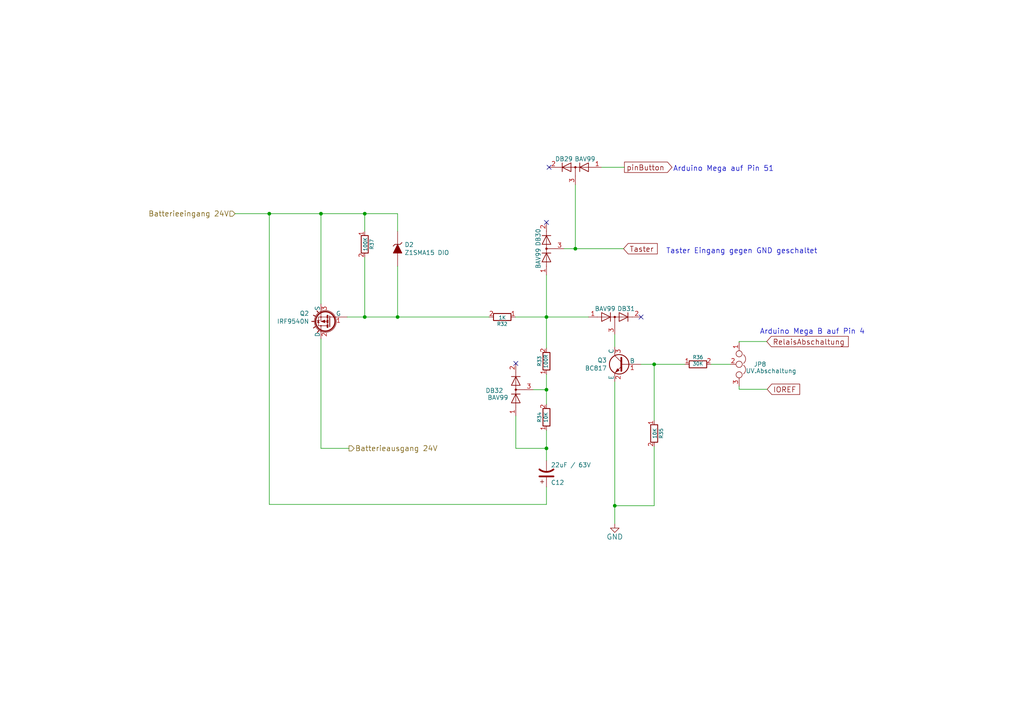
<source format=kicad_sch>
(kicad_sch (version 20210406) (generator eeschema)
  (paper "A4")
  (title_block (title "Ardumower shield SVN Version") (date "2021-01-18") (rev "1.4") (company "ML AG JL BS UZ") (comment 1 "Schaltplan und Layout UweZ"))
  (lib_symbols
    (symbol "Diode:BAV99" (pin_names hide)
      (property "Reference" "D" (at 0 5.08 0))
      (property "Value" "BAV99" (at 0 2.54 0))
      (symbol "BAV99_0_1"
        (polyline (pts (xy -5.08 0) (xy 5.08 0)))
      )
      (symbol "BAV99_1_1"
        (circle (center 0 0) (radius 0.254) (fill (type outline)))
        (polyline (pts (xy 0 0) (xy 0 -2.54)))
        (polyline (pts (xy -1.27 -1.27) (xy -1.27 1.27) (xy -1.27 1.27)) (stroke (width 0.2032)))
        (polyline (pts (xy 3.81 1.27) (xy 3.81 -1.27) (xy 3.81 -1.27)) (stroke (width 0.2032)))
        (polyline (pts (xy -3.81 1.27) (xy -1.27 0) (xy -3.81 -1.27) (xy -3.81 1.27) (xy -3.81 1.27) (xy -3.81 1.27)) (stroke (width 0.2032)))
        (polyline (pts (xy 1.27 1.27) (xy 3.81 0) (xy 1.27 -1.27) (xy 1.27 1.27) (xy 1.27 1.27) (xy 1.27 1.27)) (stroke (width 0.2032)))
        (pin passive line (at -7.62 0 0) (length 2.54) (name "K") (number "1"))
        (pin passive line (at 7.62 0 180) (length 2.54) (name "A") (number "2"))
        (pin passive line (at 0 -5.08 90) (length 2.54) (name "K") (number "3"))
      )
    )
    (symbol "ardumower-mega-shield-svn-rescue:BC817-40-RESCUE-ardumower_mega_shield_svn" (pin_names (offset 0))
      (property "Reference" "Q" (at 5.08 1.905 0))
      (property "Value" "BC817-40-RESCUE-ardumower_mega_shield_svn" (at 5.08 0 0))
      (symbol "BC817-40-RESCUE-ardumower_mega_shield_svn_0_1"
        (circle (center 1.27 0) (radius 2.8194) (stroke (width 0.254)))
        (polyline (pts (xy 0 0) (xy 0.635 0)))
        (polyline (pts (xy 2.54 2.54) (xy 0.635 0.635)))
        (polyline (pts (xy 0.635 -0.635) (xy 2.54 -2.54) (xy 2.54 -2.54)))
        (polyline (pts (xy 0.635 1.905) (xy 0.635 -1.905) (xy 0.635 -1.905)) (stroke (width 0.508)))
        (polyline (pts (xy 1.27 -1.778) (xy 1.778 -1.27) (xy 2.286 -2.286) (xy 1.27 -1.778) (xy 1.27 -1.778)) (fill (type outline)))
      )
      (symbol "BC817-40-RESCUE-ardumower_mega_shield_svn_1_1"
        (pin input line (at -5.08 0 0) (length 5.08) (name "B") (number "1"))
        (pin passive line (at 2.54 -5.08 90) (length 2.54) (name "E") (number "2"))
        (pin passive line (at 2.54 5.08 270) (length 2.54) (name "C") (number "3"))
      )
    )
    (symbol "ardumower-mega-shield-svn-rescue:CP1-RESCUE-ardumower_mega_shield_svn" (pin_numbers hide) (pin_names (offset 0.254) hide)
      (property "Reference" "C" (at 0.635 2.54 0))
      (property "Value" "CP1-RESCUE-ardumower_mega_shield_svn" (at 0.635 -2.54 0))
      (symbol "CP1-RESCUE-ardumower_mega_shield_svn_0_1"
        (arc (start -2.032 -1.27) (end 2.032 -1.27) (radius (at 0 -3.81) (length 3.2512) (angles 128.7 51.3)) (stroke (width 0.508)))
        (polyline (pts (xy -2.032 0.762) (xy 2.032 0.762)) (stroke (width 0.508)))
        (polyline (pts (xy -1.778 2.286) (xy -0.762 2.286)))
        (polyline (pts (xy -1.27 1.778) (xy -1.27 2.794)))
      )
      (symbol "CP1-RESCUE-ardumower_mega_shield_svn_1_1"
        (pin passive line (at 0 3.81 270) (length 2.794) (name "~") (number "1"))
        (pin passive line (at 0 -3.81 90) (length 3.302) (name "~") (number "2"))
      )
    )
    (symbol "ardumower-mega-shield-svn-rescue:GND-RESCUE-ardumower_mega_shield_svn" (power) (pin_names (offset 0))
      (property "Value" "GND-RESCUE-ardumower_mega_shield_svn" (at 0 -3.81 0))
      (symbol "GND-RESCUE-ardumower_mega_shield_svn_0_1"
        (polyline (pts (xy 0 0) (xy 0 -1.27) (xy 1.27 -1.27) (xy 0 -2.54) (xy -1.27 -1.27) (xy 0 -1.27)))
      )
      (symbol "GND-RESCUE-ardumower_mega_shield_svn_1_1"
        (pin power_in line (at 0 0 270) (length 0) hide (name "GND") (number "1"))
      )
    )
    (symbol "ardumower-mega-shield-svn-rescue:IRF9540N-RESCUE-ardumower_mega_shield_svn" (pin_names (offset 0))
      (property "Reference" "Q" (at 6.35 1.905 0))
      (property "Value" "IRF9540N-RESCUE-ardumower_mega_shield_svn" (at 6.35 0 0))
      (symbol "IRF9540N-RESCUE-ardumower_mega_shield_svn_0_1"
        (circle (center 1.27 0) (radius 2.8194) (stroke (width 0.3556)))
        (circle (center 1.27 0) (radius 3.175))
        (circle (center 2.54 -1.27) (radius 0.127))
        (circle (center 2.54 1.27) (radius 0.127))
        (polyline (pts (xy 0.635 -1.016) (xy 0.635 -1.651)) (stroke (width 0.508)))
        (polyline (pts (xy 0.635 0.381) (xy 0.635 -0.381)) (stroke (width 0.508)))
        (polyline (pts (xy 0.635 1.651) (xy 0.635 1.016)) (stroke (width 0.508)))
        (polyline (pts (xy 3.048 -0.254) (xy 2.921 -0.381)))
        (polyline (pts (xy 3.175 2.667) (xy 3.556 3.175)) (stroke (width 0.254)))
        (polyline (pts (xy 3.302 -2.54) (xy 3.683 -3.048)) (stroke (width 0.254)))
        (polyline (pts (xy 3.556 -0.254) (xy 3.048 -0.254)))
        (polyline (pts (xy 3.556 -0.254) (xy 3.683 -0.127)))
        (polyline (pts (xy 4.191 -1.524) (xy 4.699 -1.778)) (stroke (width 0.254)))
        (polyline (pts (xy 4.191 1.524) (xy 4.699 1.905)) (stroke (width 0.254)))
        (polyline (pts (xy 4.445 0) (xy 5.207 0)) (stroke (width 0.254)))
        (polyline (pts (xy 0 1.524) (xy 0 -1.524) (xy 0 -1.524)) (stroke (width 0.254)))
        (polyline (pts (xy 0.762 -1.27) (xy 2.54 -1.27) (xy 2.54 -2.54) (xy 2.54 -2.54)))
        (polyline (pts (xy 0.762 0) (xy 2.54 0) (xy 2.54 -1.27) (xy 2.54 -1.27)))
        (polyline (pts (xy 0.762 1.27) (xy 2.54 1.27) (xy 2.54 2.54) (xy 2.54 2.54)))
        (polyline (pts (xy 2.54 1.27) (xy 3.302 1.27) (xy 3.302 -1.27) (xy 2.54 -1.27)))
        (polyline (pts (xy 1.397 0.381) (xy 1.397 -0.381) (xy 2.413 0) (xy 1.397 0.381)) (fill (type outline)))
        (polyline (pts (xy 3.302 -0.254) (xy 3.556 0.381) (xy 3.048 0.381) (xy 3.302 -0.254)) (fill (type outline)))
      )
      (symbol "IRF9540N-RESCUE-ardumower_mega_shield_svn_1_1"
        (pin input line (at -5.08 -1.27 0) (length 5.08) (name "G") (number "1"))
        (pin passive line (at 2.54 5.08 270) (length 2.54) (name "D") (number "2"))
        (pin passive line (at 2.54 -5.08 90) (length 2.54) (name "S") (number "3"))
      )
    )
    (symbol "ardumower-mega-shield-svn-rescue:Jumper_NC_Dual-RESCUE-ardumower_mega_shield_svn" (pin_names (offset 0.762) hide)
      (property "Reference" "JP" (at 1.27 -2.54 0))
      (property "Value" "Jumper_NC_Dual-RESCUE-ardumower_mega_shield_svn" (at 0 2.54 0))
      (symbol "Jumper_NC_Dual-RESCUE-ardumower_mega_shield_svn_0_1"
        (arc (start -0.254 1.27) (end -2.794 1.27) (radius (at -1.524 0.254) (length 1.6256) (angles 38.6 141.3)))
        (arc (start 2.794 1.27) (end 0.254 1.27) (radius (at 1.524 0.254) (length 1.6256) (angles 38.6 141.3)))
        (circle (center -3.048 0) (radius 0.889))
        (circle (center 0 0) (radius 0.9144))
        (circle (center 3.048 0) (radius 0.889))
        (pin passive line (at -6.35 0 0) (length 2.413) (name "1") (number "1"))
        (pin passive line (at 0 -2.54 90) (length 1.524) (name "2") (number "2"))
        (pin passive line (at 6.35 0 180) (length 2.413) (name "3") (number "3"))
      )
    )
    (symbol "ardumower-mega-shield-svn-rescue:R-RESCUE-ardumower_mega_shield_svn" (pin_names (offset 0))
      (property "Reference" "R" (at 2.032 0 90))
      (property "Value" "R-RESCUE-ardumower_mega_shield_svn" (at 0 0 90))
      (symbol "R-RESCUE-ardumower_mega_shield_svn_0_1"
        (rectangle (start -1.016 -2.54) (end 1.016 2.54) (stroke (width 0.254)))
      )
      (symbol "R-RESCUE-ardumower_mega_shield_svn_1_1"
        (pin passive line (at 0 3.81 270) (length 1.27) (name "~") (number "1"))
        (pin passive line (at 0 -3.81 90) (length 1.27) (name "~") (number "2"))
      )
    )
    (symbol "ardumower-mega-shield-svn-rescue:ZENER-RESCUE-ardumower_mega_shield_svn" (pin_numbers hide) (pin_names hide)
      (property "Reference" "D" (at 0 2.54 0))
      (property "Value" "ZENER-RESCUE-ardumower_mega_shield_svn" (at 0 -2.54 0))
      (symbol "ZENER-RESCUE-ardumower_mega_shield_svn_0_1"
        (polyline (pts (xy -1.778 1.27) (xy -1.27 0.762) (xy -1.27 -0.762) (xy -0.762 -1.27) (xy -0.762 -1.27)) (stroke (width 0.2032)))
        (polyline (pts (xy -1.27 0) (xy 1.27 1.27) (xy 1.27 -1.27) (xy -1.27 0) (xy -1.27 0)) (fill (type outline)))
      )
      (symbol "ZENER-RESCUE-ardumower_mega_shield_svn_1_1"
        (pin passive line (at -5.08 0 0) (length 3.81) (name "K") (number "1"))
        (pin passive line (at 5.08 0 180) (length 3.81) (name "A") (number "2"))
      )
    )
  )
  (junction (at 78.105 61.976) (diameter 0.9144))
  (junction (at 93.091 61.976) (diameter 0.9144))
  (junction (at 105.791 61.976) (diameter 0.9144))
  (junction (at 105.791 91.948) (diameter 0.9144))
  (junction (at 115.316 91.948) (diameter 0.9144))
  (junction (at 158.496 91.948) (diameter 0.9144))
  (junction (at 158.496 113.03) (diameter 0.9144))
  (junction (at 158.496 130.048) (diameter 0.9144))
  (junction (at 166.878 72.136) (diameter 0.9144))
  (junction (at 178.308 146.685) (diameter 0.9144))
  (junction (at 189.738 105.664) (diameter 0.9144))
  (no_connect (at 149.606 105.41))
  (no_connect (at 158.496 64.516))
  (no_connect (at 159.258 48.514))
  (no_connect (at 185.928 91.948))
  (wire (pts (xy 68.199 61.976) (xy 78.105 61.976)))
  (wire (pts (xy 78.105 61.976) (xy 93.091 61.976)))
  (wire (pts (xy 78.105 146.304) (xy 78.105 61.976)))
  (wire (pts (xy 78.105 146.304) (xy 158.496 146.304)))
  (wire (pts (xy 93.091 61.976) (xy 93.091 88.138)))
  (wire (pts (xy 93.091 61.976) (xy 105.791 61.976)))
  (wire (pts (xy 93.091 98.298) (xy 93.091 130.048)))
  (wire (pts (xy 93.091 130.048) (xy 101.219 130.048)))
  (wire (pts (xy 100.711 91.948) (xy 105.791 91.948)))
  (wire (pts (xy 105.791 61.976) (xy 105.791 67.056)))
  (wire (pts (xy 105.791 61.976) (xy 115.316 61.976)))
  (wire (pts (xy 105.791 74.676) (xy 105.791 91.948)))
  (wire (pts (xy 105.791 91.948) (xy 115.316 91.948)))
  (wire (pts (xy 115.316 61.976) (xy 115.316 67.056)))
  (wire (pts (xy 115.316 77.216) (xy 115.316 91.948)))
  (wire (pts (xy 115.316 91.948) (xy 141.859 91.948)))
  (wire (pts (xy 149.479 91.948) (xy 158.496 91.948)))
  (wire (pts (xy 149.606 120.65) (xy 149.606 130.048)))
  (wire (pts (xy 149.606 130.048) (xy 158.496 130.048)))
  (wire (pts (xy 154.686 113.03) (xy 158.496 113.03)))
  (wire (pts (xy 158.496 79.756) (xy 158.496 91.948)))
  (wire (pts (xy 158.496 91.948) (xy 158.496 100.965)))
  (wire (pts (xy 158.496 91.948) (xy 170.688 91.948)))
  (wire (pts (xy 158.496 108.585) (xy 158.496 113.03)))
  (wire (pts (xy 158.496 113.03) (xy 158.496 117.221)))
  (wire (pts (xy 158.496 124.841) (xy 158.496 130.048)))
  (wire (pts (xy 158.496 130.048) (xy 158.496 133.604)))
  (wire (pts (xy 158.496 146.304) (xy 158.496 141.224)))
  (wire (pts (xy 163.576 72.136) (xy 166.878 72.136)))
  (wire (pts (xy 166.878 53.594) (xy 166.878 72.136)))
  (wire (pts (xy 166.878 72.136) (xy 180.848 72.136)))
  (wire (pts (xy 174.498 48.514) (xy 181.102 48.514)))
  (wire (pts (xy 178.308 97.028) (xy 178.308 100.584)))
  (wire (pts (xy 178.308 110.744) (xy 178.308 146.685)))
  (wire (pts (xy 178.308 146.685) (xy 178.308 151.892)))
  (wire (pts (xy 178.308 146.685) (xy 189.738 146.685)))
  (wire (pts (xy 185.928 105.664) (xy 189.738 105.664)))
  (wire (pts (xy 189.738 105.664) (xy 189.738 121.92)))
  (wire (pts (xy 189.738 105.664) (xy 198.628 105.664)))
  (wire (pts (xy 189.738 129.54) (xy 189.738 146.685)))
  (wire (pts (xy 206.248 105.664) (xy 211.836 105.664)))
  (wire (pts (xy 214.376 99.06) (xy 214.376 99.314)))
  (wire (pts (xy 214.376 112.903) (xy 214.376 112.014)))
  (wire (pts (xy 222.377 99.06) (xy 214.376 99.06)))
  (wire (pts (xy 222.504 112.903) (xy 214.376 112.903)))
  (image (at 451.231 104.521) (scale 3))
  (text "Taster Eingang gegen GND geschaltet" (at 193.167 73.787 0) (effects (font (size 1.524 1.524)) (justify left bottom)))
  (text "Arduino Mega auf Pin 51" (at 195.199 49.911 0) (effects (font (size 1.524 1.524)) (justify left bottom)))
  (text "Arduino Mega B auf Pin 4" (at 220.345 97.155 0) (effects (font (size 1.524 1.524)) (justify left bottom)))
  (text "1x IRF9540N  P-MOSFET   T1   (or IRF5210)\n1x BC337 NPN   T2\n1x Zener Diode 15V ZD15  Z1\n2x Diode 1N4148 D2, D3\n2x Diode 1N5819 50V D1, D4\n1x 22 uF C1\n1x 1k R4\n2x 10k (R3, R8)\n1x 30k R6\n2x 100k  (R2, R7)" (at 322.58 21.463 0) (effects (font (size 1.524 1.524)) (justify left bottom)))
  (text "beim flashen über usb wird der akku getrennt (alle pins gehen auf hochomig) - das sollte aber kein problem sein (usb versorgung des arduinos) - beim programmstart wird der akku dann wieder zugeschaltet" (at 348.869 186.182 0) (effects (font (size 1.524 1.524)) (justify left bottom)))
  (text "vielleicht schreibst du noch bei was die teilschaltungen machen sollen\n[00:05:52] Alexander Grau: zener diode z.b. soll Ugs auf -15 volt begrenzen\n[00:06:31] Alexander Grau: C9 und D13 sollen über R31, R30 eine verzögerungsschaltung bilden\n[00:06:39] Alexander Grau: (für eine richtung)\n[00:07:27] Alexander Grau: beim pmos evtl. noch beschreiben wann er schaltet und wann nicht:\n[00:07:37] Alexander Grau: Ugs=-15v (pmos schaltet)\n[00:07:43] Alexander Grau: Ugs=0v (pmos schaltet nicht)\n[00:08:14] Alexander Grau: dann versteht man die schaltung besser :)\n[00:08:22] Kurzschuss - Uwe -: die Zeit reicht auf alle fälle oder sollte da evl noch ein Poti vorgesehen werden\n[00:08:37] Alexander Grau: 3 sek reichen dicke - eigentlich reicht schon 1 sek" (at 366.776 230.124 0) (effects (font (size 1.524 1.524)) (justify left bottom)))
  (global_label "Taster" (shape input) (at 180.848 72.136 0) (effects (font (size 1.524 1.524))) (property "Intersheet References" "${INTERSHEET_REFS}" (effects hide)))
  (global_label "pinButton" (shape output) (at 181.102 48.514 0) (effects (font (size 1.524 1.524))) (property "Intersheet References" "${INTERSHEET_REFS}" (effects hide)))
  (global_label "RelaisAbschaltung" (shape input) (at 222.377 99.06 0) (effects (font (size 1.524 1.524))) (property "Intersheet References" "${INTERSHEET_REFS}" (effects hide)))
  (global_label "IOREF" (shape input) (at 222.504 112.903 0) (effects (font (size 1.524 1.524))) (property "Intersheet References" "${INTERSHEET_REFS}" (effects hide)))
  (hierarchical_label "Batterieeingang 24V" (shape input) (at 68.199 61.976 180) (effects (font (size 1.524 1.524))))
  (hierarchical_label "Batterieausgang 24V" (shape output) (at 101.219 130.048 0) (effects (font (size 1.524 1.524))))
  (symbol (lib_id "ardumower-mega-shield-svn-rescue:GND-RESCUE-ardumower_mega_shield_svn") (at 178.308 151.892 0) (unit 1)
    (property "Reference" "#PWR0216" (effects hide))
    (property "Value" "GND" (at 178.308 155.702 0) (effects (font (size 1.524 1.524))))
  )
  (symbol (lib_id "ardumower-mega-shield-svn-rescue:R-RESCUE-ardumower_mega_shield_svn") (at 105.791 70.866 0) (unit 1)
    (property "Reference" "R37" (at 107.823 70.866 90) (effects (font (size 1.016 1.016))))
    (property "Value" "100K" (at 105.9688 70.8406 90) (effects (font (size 1.016 1.016))))
    (property "Footprint" "Zimprich:R_1206" (effects hide))
    (property "Gehäuseart" "1206" (effects hide))
    (property "Bestelllink" "https://www.reichelt.de/de/en/smd-resistor-1206-100-kohm-125-mw-1--rnd-1206-1-100k-p183410.html?GROUPID=7974&SEARCH=rnd%2B1206%2B1%2B100k&&r=1" (effects hide))
    (property "Technische Daten" "SMD Resistor 1206, 100 kOhm, 125 mW, 1%" (effects hide))
    (property "Bestellnummer" "R: RND 1206 1 100K" (effects hide))
    (property "Funktion" "SMD Resistor 1206, 100 kOhm, 125 mW, 1%" (effects hide))
    (property "Hersteller" "Value" (effects hide))
    (property "Hersteller Bestellnummer" "Value" (effects hide))
    (property "JLCPCB LCSC Part" "C17900" (effects hide))
  )
  (symbol (lib_id "ardumower-mega-shield-svn-rescue:R-RESCUE-ardumower_mega_shield_svn") (at 145.669 91.948 270) (unit 1)
    (property "Reference" "R32" (at 145.669 93.98 90) (effects (font (size 1.016 1.016))))
    (property "Value" "1K" (at 145.6944 92.1258 90) (effects (font (size 1.016 1.016))))
    (property "Footprint" "Zimprich:R_1206" (effects hide))
    (property "Gehäuseart" "1206" (effects hide))
    (property "Bestelllink" "https://www.reichelt.de/de/en/smd-resistor-1206-1-0-kohm-125-mw-1--rnd-1206-1-1-0k-p183379.html?GROUPID=7974&SEARCH=rnd%2B1206%2B1%2B1%252C0k&&r=1" (effects hide))
    (property "Technische Daten" "SMD Resistor 1206, 1.0 kOhm, 125 mW, 1%" (effects hide))
    (property "Bestellnummer" "R: RND 1206 1 1,0K" (effects hide))
    (property "Funktion" "SMD Resistor 1206, 1.0 kOhm, 125 mW, 1%" (effects hide))
    (property "Hersteller" "Value" (effects hide))
    (property "Hersteller Bestellnummer" "Value" (effects hide))
    (property "JLCPCB LCSC Part" "C4410" (effects hide))
  )
  (symbol (lib_id "ardumower-mega-shield-svn-rescue:R-RESCUE-ardumower_mega_shield_svn") (at 158.496 104.775 180) (unit 1)
    (property "Reference" "R33" (at 156.464 104.775 90) (effects (font (size 1.016 1.016))))
    (property "Value" "100R" (at 158.3182 104.8004 90) (effects (font (size 1.016 1.016))))
    (property "Footprint" "Zimprich:R_1206" (effects hide))
    (property "Gehäuseart" "1206" (effects hide))
    (property "Bestelllink" "https://www.reichelt.de/de/en/smd-resistor-1206-100-ohm-125-mw-1--rnd-1206-1-100-p183349.html?GROUPID=7973&SEARCH=rnd%2B1206%2B1%2B100%252C0&&r=1" (effects hide))
    (property "Technische Daten" "SMD Resistor 1206, 100 Ohm, 125 mW, 1%" (effects hide))
    (property "Bestellnummer" "R: RND 1206 1 100" (effects hide))
    (property "Funktion" "SMD Resistor 1206, 100 Ohm, 125 mW, 1%" (effects hide))
    (property "Hersteller" "Value" (effects hide))
    (property "Hersteller Bestellnummer" "Value" (effects hide))
    (property "JLCPCB LCSC Part" "C17901" (effects hide))
  )
  (symbol (lib_id "ardumower-mega-shield-svn-rescue:R-RESCUE-ardumower_mega_shield_svn") (at 158.496 121.031 180) (unit 1)
    (property "Reference" "R34" (at 156.464 121.031 90) (effects (font (size 1.016 1.016))))
    (property "Value" "10K" (at 158.3182 121.0564 90) (effects (font (size 1.016 1.016))))
    (property "Footprint" "Zimprich:R_1206" (effects hide))
    (property "Gehäuseart" "1206" (effects hide))
    (property "Bestelllink" "https://www.reichelt.de/de/en/smd-resistor-1206-10-kohm-125-mw-1--rnd-1206-1-10k-p183394.html?GROUPID=7974&SEARCH=rnd%2B1206%2B1%2B10&&r=1" (effects hide))
    (property "Technische Daten" "SMD Resistor 1206, 10 kOhm, 125 mW, 1%" (effects hide))
    (property "Bestellnummer" "R: RND 1206 1 10K" (effects hide))
    (property "Funktion" "SMD Resistor 1206, 10 kOhm, 125 mW, 1%" (effects hide))
    (property "Hersteller" "Value" (effects hide))
    (property "Hersteller Bestellnummer" "Value" (effects hide))
    (property "JLCPCB LCSC Part" "C17902" (effects hide))
  )
  (symbol (lib_id "ardumower-mega-shield-svn-rescue:R-RESCUE-ardumower_mega_shield_svn") (at 189.738 125.73 0) (unit 1)
    (property "Reference" "R35" (at 191.77 125.73 90) (effects (font (size 1.016 1.016))))
    (property "Value" "10K" (at 189.9158 125.7046 90) (effects (font (size 1.016 1.016))))
    (property "Footprint" "Zimprich:R_1206" (effects hide))
    (property "Gehäuseart" "1206" (effects hide))
    (property "Bestelllink" "https://www.reichelt.de/de/en/smd-resistor-1206-10-kohm-125-mw-1--rnd-1206-1-10k-p183394.html?GROUPID=7974&SEARCH=rnd%2B1206%2B1%2B10&&r=1" (effects hide))
    (property "Technische Daten" "SMD Resistor 1206, 10 kOhm, 125 mW, 1%" (effects hide))
    (property "Bestellnummer" "R: RND 1206 1 10K" (effects hide))
    (property "Funktion" "SMD Resistor 1206, 10 kOhm, 125 mW, 1%" (effects hide))
    (property "Hersteller" "Value" (effects hide))
    (property "Hersteller Bestellnummer" "Value" (effects hide))
    (property "JLCPCB LCSC Part" "C17902" (effects hide))
  )
  (symbol (lib_id "ardumower-mega-shield-svn-rescue:R-RESCUE-ardumower_mega_shield_svn") (at 202.438 105.664 90) (unit 1)
    (property "Reference" "R36" (at 202.438 103.632 90) (effects (font (size 1.016 1.016))))
    (property "Value" "30K" (at 202.4126 105.4862 90) (effects (font (size 1.016 1.016))))
    (property "Footprint" "Resistor_SMD:R_0805_2012Metric" (effects hide))
    (property "Gehäuseart" "0805" (effects hide))
    (property "Bestelllink" "https://www.reichelt.de/de/en/smd-resistor-0805-30-kohm-100-mw-1--rnd-0805-1-30k-p183262.html?search=rnd+0805+30&&r=1" (effects hide))
    (property "Technische Daten" "SMD Resistor 0805, 30 kOhm, 100 mW, 1%" (effects hide))
    (property "Bestellnummer" "R: RND 0805 1 30K" (effects hide))
    (property "Bauform" "0805" (effects hide))
    (property "Funktion" "SMD Resistor 0805, 30 kOhm, 100 mW, 1%" (effects hide))
    (property "Hersteller" "Value" (effects hide))
    (property "Hersteller Bestellnummer" "Value" (effects hide))
    (property "JLCPCB LCSC Part" "C17621" (effects hide))
  )
  (symbol (lib_id "ardumower-mega-shield-svn-rescue:ZENER-RESCUE-ardumower_mega_shield_svn") (at 115.316 72.136 270) (unit 1)
    (property "Reference" "D2" (at 117.3226 70.9676 90) (effects (justify left)))
    (property "Value" "Z1SMA15 DIO" (at 117.3226 73.279 90) (effects (justify left)))
    (property "Footprint" "Diode_SMD:D_SMA" (effects hide))
    (property "Datasheet" "https://cdn-reichelt.de/documents/datenblatt/A400/PHZ1SM1_DATA_E.pdf" (effects hide))
    (property "Gehäuseart" "DO-214AC/SMA" (effects hide))
    (property "Bestelllink" "https://www.reichelt.de/zenerdiode-15-v-1-w-do-214ac-sma-z1sma15-dio-p219551.html?CCOUNTRY=445&LANGUAGE=de&trstct=pos_2&nbc=1&&r=1" (effects hide))
    (property "Technische Daten" "Zener-Diode 0,5W 15V" (effects hide))
    (property "Bestellnummer" "R:  Z1SMA15 DIO" (effects hide))
    (property "JLCPCB LCSC Part" "C32357" (effects hide))
  )
  (symbol (lib_id "ardumower-mega-shield-svn-rescue:CP1-RESCUE-ardumower_mega_shield_svn") (at 158.496 137.414 0) (mirror x) (unit 1)
    (property "Reference" "C12" (at 159.766 139.954 0) (effects (justify left)))
    (property "Value" "22uF / 63V" (at 159.766 134.874 0) (effects (justify left)))
    (property "Footprint" "Zimprich:Elko_vert_11.2x6.3mm_RM2.5_RM5.0" (effects hide))
    (property "Gehäuseart" "6,3x11mm, RM 2,5mm" (effects hide))
    (property "Bestelllink" "https://www.reichelt.de/de/en/electrolytic-capacitor-6-3-x-11-mm-spacing-2-5-mm-rad-22-63-p15116.html?&trstct=pos_0&nbc=1" (effects hide))
    (property "Technische Daten" "Elko, radial, 22 µF, 63 V, RM 2,5, 85°C, 2000h, 20%" (effects hide))
    (property "Bestellnummer" "R: RAD 22/63" (effects hide))
    (property "Reichelt-Bestellnummer" "R: RAD 22/63" (effects hide))
  )
  (symbol (lib_id "ardumower-mega-shield-svn-rescue:Jumper_NC_Dual-RESCUE-ardumower_mega_shield_svn") (at 214.376 105.664 270) (unit 1)
    (property "Reference" "JP8" (at 220.4466 105.664 90))
    (property "Value" "UV.Abschaltung" (at 223.647 107.569 90))
    (property "Footprint" "Pin_Headers:Pin_Header_Straight_1x03_Pitch2.54mm" (effects hide))
    (property "Bestücken (Assemble)" "NEIN (NO)" (effects hide))
  )
  (symbol (lib_id "ardumower-mega-shield-svn-rescue:BC817-40-RESCUE-ardumower_mega_shield_svn") (at 180.848 105.664 0) (mirror y) (unit 1)
    (property "Reference" "Q3" (at 176.022 104.4956 0) (effects (justify left)))
    (property "Value" "BC817" (at 176.022 106.807 0) (effects (justify left)))
    (property "Footprint" "TO_SOT_Packages_SMD:SOT-23" (effects hide))
    (property "Gehäuseart" "SOT-23" (effects hide))
    (property "Bestelllink" "https://www.reichelt.de/SB-SKE-4F-Dioden/S-1G-SMD/3/index.html?ACTION=3&LA=446&ARTICLE=95354&GROUPID=2991&artnr=S+1G+SMD&SEARCH=S%2B1G%2BSMD" (effects hide))
    (property "Technische Daten" "Transistor SMD NPN SOT-23 45 V 0.5 A 0.25 W" (effects hide))
    (property "Bestellnummer" "R: BC 817-40 SMD" (effects hide))
    (property "JLCPCB LCSC Part" "C118725" (effects hide))
  )
  (symbol (lib_id "Diode:BAV99") (at 149.606 113.03 90) (unit 1)
    (property "Reference" "DB32" (at 143.389 113.284 90))
    (property "Value" "BAV99" (at 144.4179 115.316 90))
    (property "Footprint" "Package_TO_SOT_SMD:SOT-23" (effects hide))
    (property "Datasheet" "https://datasheet.lcsc.com/szlcsc/Nexperia-BAV99-215_C2500.pdf" (effects hide))
    (property "Technische Daten" "SWITCHING DIODE 100V 125MA 1.25V @ 150MA" (effects hide))
    (property "JLCPCB LCSC Part" "C2500" (effects hide))
    (property "Bestücken (Assemble)" "JA (YES)" (effects hide))
  )
  (symbol (lib_id "Diode:BAV99") (at 158.496 72.136 90) (unit 1)
    (property "Reference" "DB30" (at 156.089 68.834 0))
    (property "Value" "BAV99" (at 156.1019 74.93 0))
    (property "Footprint" "Package_TO_SOT_SMD:SOT-23" (effects hide))
    (property "Datasheet" "https://datasheet.lcsc.com/szlcsc/Nexperia-BAV99-215_C2500.pdf" (effects hide))
    (property "Technische Daten" "SWITCHING DIODE 100V 125MA 1.25V @ 150MA" (effects hide))
    (property "JLCPCB LCSC Part" "C2500" (effects hide))
    (property "Bestücken (Assemble)" "JA (YES)" (effects hide))
  )
  (symbol (lib_id "Diode:BAV99") (at 166.878 48.514 0) (mirror y) (unit 1)
    (property "Reference" "DB29" (at 163.576 46.107 0))
    (property "Value" "BAV99" (at 169.672 46.1199 0))
    (property "Footprint" "Package_TO_SOT_SMD:SOT-23" (effects hide))
    (property "Datasheet" "https://datasheet.lcsc.com/szlcsc/Nexperia-BAV99-215_C2500.pdf" (effects hide))
    (property "Technische Daten" "SWITCHING DIODE 100V 125MA 1.25V @ 150MA" (effects hide))
    (property "JLCPCB LCSC Part" "C2500" (effects hide))
    (property "Bestücken (Assemble)" "JA (YES)" (effects hide))
  )
  (symbol (lib_id "Diode:BAV99") (at 178.308 91.948 0) (unit 1)
    (property "Reference" "DB31" (at 181.61 89.541 0))
    (property "Value" "BAV99" (at 175.514 89.5539 0))
    (property "Footprint" "Package_TO_SOT_SMD:SOT-23" (effects hide))
    (property "Datasheet" "https://datasheet.lcsc.com/szlcsc/Nexperia-BAV99-215_C2500.pdf" (effects hide))
    (property "Technische Daten" "SWITCHING DIODE 100V 125MA 1.25V @ 150MA" (effects hide))
    (property "JLCPCB LCSC Part" "C2500" (effects hide))
    (property "Bestücken (Assemble)" "JA (YES)" (effects hide))
  )
  (symbol (lib_id "ardumower-mega-shield-svn-rescue:IRF9540N-RESCUE-ardumower_mega_shield_svn") (at 95.631 93.218 180) (unit 1)
    (property "Reference" "Q2" (at 89.662 90.9066 0) (effects (justify left)))
    (property "Value" "IRF9540N" (at 89.662 93.218 0) (effects (justify left)))
    (property "Footprint" "Power_Integrations:TO-220" (effects hide))
    (property "Gehäuseart" "TO-220AB " (effects hide))
    (property "Bestelllink" "https://www.reichelt.de/mosfet-p-ch-100v-23a-140w-to-220ab-irf-9540n-p41638.html?&trstct=pos_0&nbc=1" (effects hide))
    (property "Technische Daten" "MOSFET, P-CH, 100V, 23A, 140W, TO-220AB" (effects hide))
    (property "Bestellnummer" "R: IRF 9540N" (effects hide))
    (property "Bestücken (Assemble)" "NEIN (NO)" (effects hide))
  )
)
</source>
